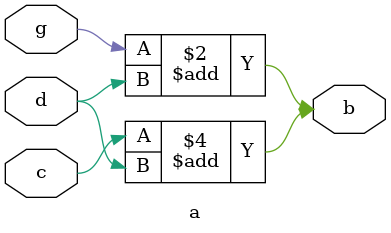
<source format=v>
module a(input g, c, d, output reg b);
    always @(*) begin
        b = g + d;
    end

    always @(*) begin
        b = c + d;
    end
endmodule
</source>
